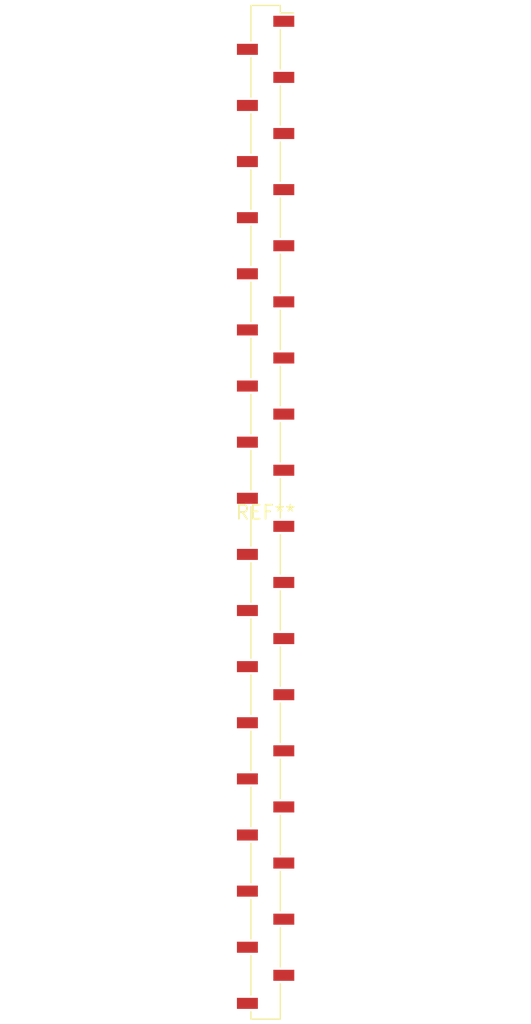
<source format=kicad_pcb>
(kicad_pcb (version 20240108) (generator pcbnew)
  (layers (0 "F.Cu" signal) (31 "B.Cu" signal) (34 "B.Paste" user) (35 "F.Paste" user) (36 "B.SilkS" user "B.Silkscreen") (37 "F.SilkS" user "F.Silkscreen") (38 "B.Mask" user) (39 "F.Mask" user) (44 "Edge.Cuts" user))
  (net 0 "")
  (footprint "PinSocket_1x36_P2.54mm_Vertical_SMD_Pin1Right" (layer "F.Cu") (at 0 0)
    (property "Reference" "REF**")
    (property "Value" "PinSocket_1x36_P2.54mm_Vertical_SMD_Pin1Right")
    (fp_line (start -1.33 -45.88) (end -1.33 -42.67) (layer "F.SilkS") (stroke (width 0.12)))
    (fp_line (start -1.33 -45.88) (end 1.33 -45.88) (layer "F.SilkS") (stroke (width 0.12)))
    (fp_line (start -1.33 -41.15) (end -1.33 -37.59) (layer "F.SilkS") (stroke (width 0.12)))
    (fp_line (start -1.33 -36.07) (end -1.33 -32.51) (layer "F.SilkS") (stroke (width 0.12)))
    (fp_line (start -1.33 -30.99) (end -1.33 -27.43) (layer "F.SilkS") (stroke (width 0.12)))
    (fp_line (start -1.33 -25.91) (end -1.33 -22.35) (layer "F.SilkS") (stroke (width 0.12)))
    (fp_line (start -1.33 -20.83) (end -1.33 -17.27) (layer "F.SilkS") (stroke (width 0.12)))
    (fp_line (start -1.33 -15.75) (end -1.33 -12.19) (layer "F.SilkS") (stroke (width 0.12)))
    (fp_line (start -1.33 -10.67) (end -1.33 -7.11) (layer "F.SilkS") (stroke (width 0.12)))
    (fp_line (start -1.33 -5.59) (end -1.33 -2.03) (layer "F.SilkS") (stroke (width 0.12)))
    (fp_line (start -1.33 -0.51) (end -1.33 3.05) (layer "F.SilkS") (stroke (width 0.12)))
    (fp_line (start -1.33 4.57) (end -1.33 8.13) (layer "F.SilkS") (stroke (width 0.12)))
    (fp_line (start -1.33 9.65) (end -1.33 13.21) (layer "F.SilkS") (stroke (width 0.12)))
    (fp_line (start -1.33 14.73) (end -1.33 18.29) (layer "F.SilkS") (stroke (width 0.12)))
    (fp_line (start -1.33 19.81) (end -1.33 23.37) (layer "F.SilkS") (stroke (width 0.12)))
    (fp_line (start -1.33 24.89) (end -1.33 28.45) (layer "F.SilkS") (stroke (width 0.12)))
    (fp_line (start -1.33 29.97) (end -1.33 33.53) (layer "F.SilkS") (stroke (width 0.12)))
    (fp_line (start -1.33 35.05) (end -1.33 38.61) (layer "F.SilkS") (stroke (width 0.12)))
    (fp_line (start -1.33 40.13) (end -1.33 43.69) (layer "F.SilkS") (stroke (width 0.12)))
    (fp_line (start -1.33 45.21) (end -1.33 45.88) (layer "F.SilkS") (stroke (width 0.12)))
    (fp_line (start -1.33 45.88) (end 1.33 45.88) (layer "F.SilkS") (stroke (width 0.12)))
    (fp_line (start 1.33 -45.88) (end 1.33 -45.21) (layer "F.SilkS") (stroke (width 0.12)))
    (fp_line (start 1.33 -45.21) (end 2.54 -45.21) (layer "F.SilkS") (stroke (width 0.12)))
    (fp_line (start 1.33 -43.69) (end 1.33 -40.13) (layer "F.SilkS") (stroke (width 0.12)))
    (fp_line (start 1.33 -38.61) (end 1.33 -35.05) (layer "F.SilkS") (stroke (width 0.12)))
    (fp_line (start 1.33 -33.53) (end 1.33 -29.97) (layer "F.SilkS") (stroke (width 0.12)))
    (fp_line (start 1.33 -28.45) (end 1.33 -24.89) (layer "F.SilkS") (stroke (width 0.12)))
    (fp_line (start 1.33 -23.37) (end 1.33 -19.81) (layer "F.SilkS") (stroke (width 0.12)))
    (fp_line (start 1.33 -18.29) (end 1.33 -14.73) (layer "F.SilkS") (stroke (width 0.12)))
    (fp_line (start 1.33 -13.21) (end 1.33 -9.65) (layer "F.SilkS") (stroke (width 0.12)))
    (fp_line (start 1.33 -8.13) (end 1.33 -4.57) (layer "F.SilkS") (stroke (width 0.12)))
    (fp_line (start 1.33 -3.05) (end 1.33 0.51) (layer "F.SilkS") (stroke (width 0.12)))
    (fp_line (start 1.33 2.03) (end 1.33 5.59) (layer "F.SilkS") (stroke (width 0.12)))
    (fp_line (start 1.33 7.11) (end 1.33 10.67) (layer "F.SilkS") (stroke (width 0.12)))
    (fp_line (start 1.33 12.19) (end 1.33 15.75) (layer "F.SilkS") (stroke (width 0.12)))
    (fp_line (start 1.33 17.27) (end 1.33 20.83) (layer "F.SilkS") (stroke (width 0.12)))
    (fp_line (start 1.33 22.35) (end 1.33 25.91) (layer "F.SilkS") (stroke (width 0.12)))
    (fp_line (start 1.33 27.43) (end 1.33 30.99) (layer "F.SilkS") (stroke (width 0.12)))
    (fp_line (start 1.33 32.51) (end 1.33 36.07) (layer "F.SilkS") (stroke (width 0.12)))
    (fp_line (start 1.33 37.59) (end 1.33 41.15) (layer "F.SilkS") (stroke (width 0.12)))
    (fp_line (start 1.33 42.67) (end 1.33 45.88) (layer "F.SilkS") (stroke (width 0.12)))
    (pad "1" smd rect (at 1.65 -44.45) (size 1.9 1) (layers "F.Cu" "F.Paste" "F.Mask"))
    (pad "2" smd rect (at -1.65 -41.91) (size 1.9 1) (layers "F.Cu" "F.Paste" "F.Mask"))
    (pad "3" smd rect (at 1.65 -39.37) (size 1.9 1) (layers "F.Cu" "F.Paste" "F.Mask"))
    (pad "4" smd rect (at -1.65 -36.83) (size 1.9 1) (layers "F.Cu" "F.Paste" "F.Mask"))
    (pad "5" smd rect (at 1.65 -34.29) (size 1.9 1) (layers "F.Cu" "F.Paste" "F.Mask"))
    (pad "6" smd rect (at -1.65 -31.75) (size 1.9 1) (layers "F.Cu" "F.Paste" "F.Mask"))
    (pad "7" smd rect (at 1.65 -29.21) (size 1.9 1) (layers "F.Cu" "F.Paste" "F.Mask"))
    (pad "8" smd rect (at -1.65 -26.67) (size 1.9 1) (layers "F.Cu" "F.Paste" "F.Mask"))
    (pad "9" smd rect (at 1.65 -24.13) (size 1.9 1) (layers "F.Cu" "F.Paste" "F.Mask"))
    (pad "10" smd rect (at -1.65 -21.59) (size 1.9 1) (layers "F.Cu" "F.Paste" "F.Mask"))
    (pad "11" smd rect (at 1.65 -19.05) (size 1.9 1) (layers "F.Cu" "F.Paste" "F.Mask"))
    (pad "12" smd rect (at -1.65 -16.51) (size 1.9 1) (layers "F.Cu" "F.Paste" "F.Mask"))
    (pad "13" smd rect (at 1.65 -13.97) (size 1.9 1) (layers "F.Cu" "F.Paste" "F.Mask"))
    (pad "14" smd rect (at -1.65 -11.43) (size 1.9 1) (layers "F.Cu" "F.Paste" "F.Mask"))
    (pad "15" smd rect (at 1.65 -8.89) (size 1.9 1) (layers "F.Cu" "F.Paste" "F.Mask"))
    (pad "16" smd rect (at -1.65 -6.35) (size 1.9 1) (layers "F.Cu" "F.Paste" "F.Mask"))
    (pad "17" smd rect (at 1.65 -3.81) (size 1.9 1) (layers "F.Cu" "F.Paste" "F.Mask"))
    (pad "18" smd rect (at -1.65 -1.27) (size 1.9 1) (layers "F.Cu" "F.Paste" "F.Mask"))
    (pad "19" smd rect (at 1.65 1.27) (size 1.9 1) (layers "F.Cu" "F.Paste" "F.Mask"))
    (pad "20" smd rect (at -1.65 3.81) (size 1.9 1) (layers "F.Cu" "F.Paste" "F.Mask"))
    (pad "21" smd rect (at 1.65 6.35) (size 1.9 1) (layers "F.Cu" "F.Paste" "F.Mask"))
    (pad "22" smd rect (at -1.65 8.89) (size 1.9 1) (layers "F.Cu" "F.Paste" "F.Mask"))
    (pad "23" smd rect (at 1.65 11.43) (size 1.9 1) (layers "F.Cu" "F.Paste" "F.Mask"))
    (pad "24" smd rect (at -1.65 13.97) (size 1.9 1) (layers "F.Cu" "F.Paste" "F.Mask"))
    (pad "25" smd rect (at 1.65 16.51) (size 1.9 1) (layers "F.Cu" "F.Paste" "F.Mask"))
    (pad "26" smd rect (at -1.65 19.05) (size 1.9 1) (layers "F.Cu" "F.Paste" "F.Mask"))
    (pad "27" smd rect (at 1.65 21.59) (size 1.9 1) (layers "F.Cu" "F.Paste" "F.Mask"))
    (pad "28" smd rect (at -1.65 24.13) (size 1.9 1) (layers "F.Cu" "F.Paste" "F.Mask"))
    (pad "29" smd rect (at 1.65 26.67) (size 1.9 1) (layers "F.Cu" "F.Paste" "F.Mask"))
    (pad "30" smd rect (at -1.65 29.21) (size 1.9 1) (layers "F.Cu" "F.Paste" "F.Mask"))
    (pad "31" smd rect (at 1.65 31.75) (size 1.9 1) (layers "F.Cu" "F.Paste" "F.Mask"))
    (pad "32" smd rect (at -1.65 34.29) (size 1.9 1) (layers "F.Cu" "F.Paste" "F.Mask"))
    (pad "33" smd rect (at 1.65 36.83) (size 1.9 1) (layers "F.Cu" "F.Paste" "F.Mask"))
    (pad "34" smd rect (at -1.65 39.37) (size 1.9 1) (layers "F.Cu" "F.Paste" "F.Mask"))
    (pad "35" smd rect (at 1.65 41.91) (size 1.9 1) (layers "F.Cu" "F.Paste" "F.Mask"))
    (pad "36" smd rect (at -1.65 44.45) (size 1.9 1) (layers "F.Cu" "F.Paste" "F.Mask"))
  )
)
</source>
